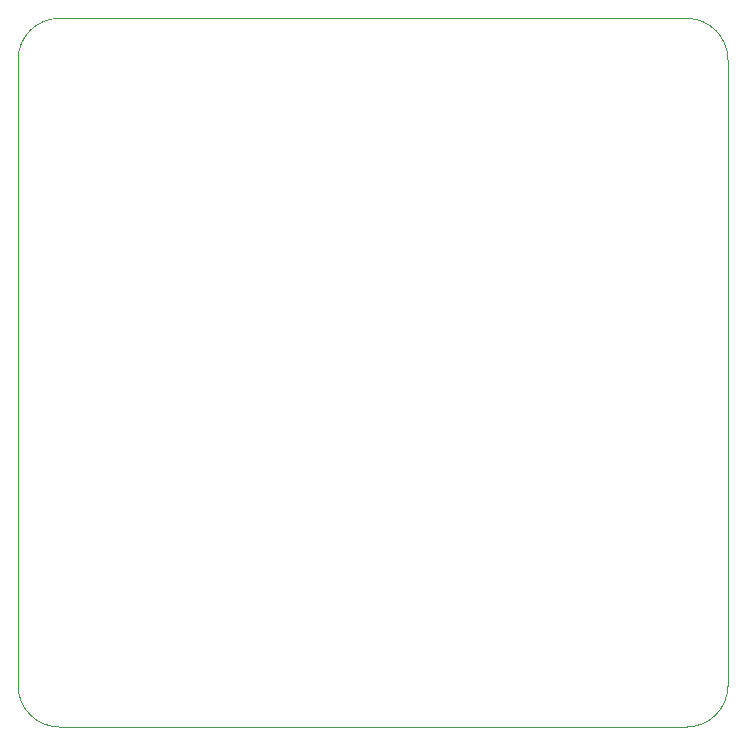
<source format=gm1>
G04 #@! TF.GenerationSoftware,KiCad,Pcbnew,9.0.4*
G04 #@! TF.CreationDate,2025-09-12T00:15:03+05:30*
G04 #@! TF.ProjectId,Udayate,55646179-6174-4652-9e6b-696361645f70,1*
G04 #@! TF.SameCoordinates,Original*
G04 #@! TF.FileFunction,Profile,NP*
%FSLAX46Y46*%
G04 Gerber Fmt 4.6, Leading zero omitted, Abs format (unit mm)*
G04 Created by KiCad (PCBNEW 9.0.4) date 2025-09-12 00:15:03*
%MOMM*%
%LPD*%
G01*
G04 APERTURE LIST*
G04 #@! TA.AperFunction,Profile*
%ADD10C,0.050000*%
G04 #@! TD*
G04 APERTURE END LIST*
D10*
X175200000Y-72000000D02*
G75*
G02*
X178700000Y-75500000I0J-3500000D01*
G01*
X118600000Y-75500000D02*
X118600000Y-128500000D01*
X122100000Y-132000000D02*
X175200000Y-132000000D01*
X122100000Y-132000000D02*
G75*
G02*
X118600000Y-128500000I0J3500000D01*
G01*
X118600000Y-75500000D02*
G75*
G02*
X122100000Y-72000000I3500000J0D01*
G01*
X178700000Y-128500000D02*
X178700000Y-75500000D01*
X178700000Y-128500000D02*
G75*
G02*
X175200000Y-132000000I-3500000J0D01*
G01*
X175200000Y-72000000D02*
X122100000Y-72000000D01*
M02*

</source>
